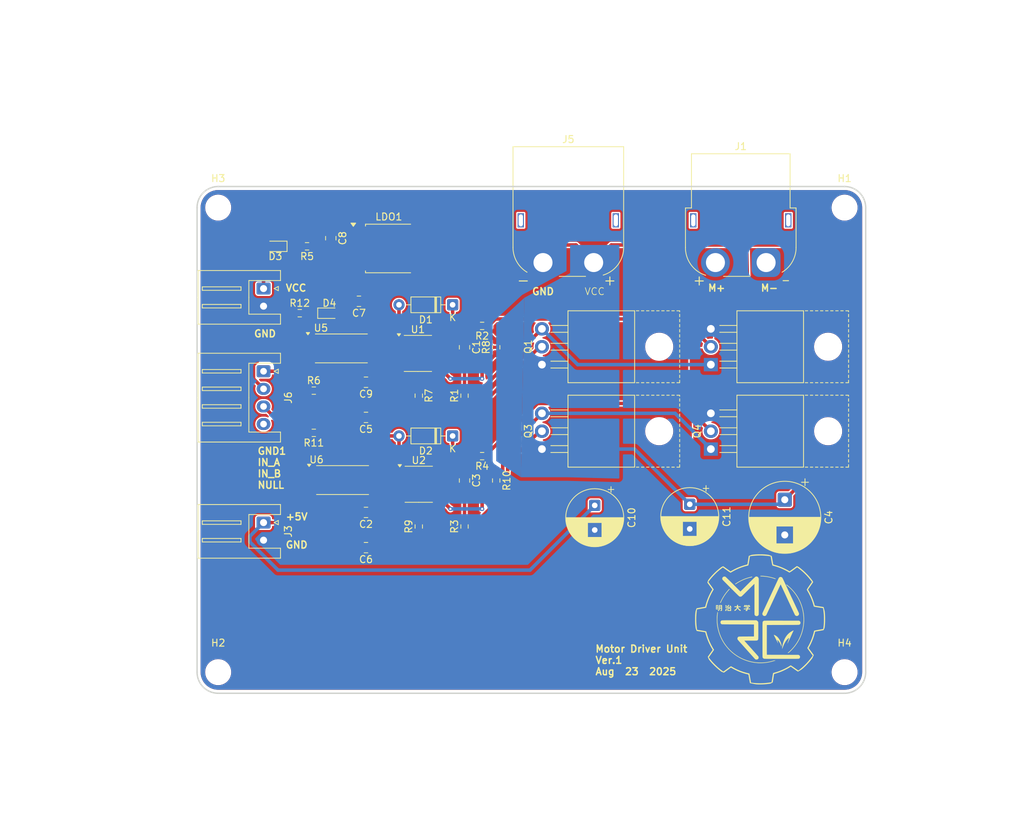
<source format=kicad_pcb>
(kicad_pcb (version 20241229) (generator "pcbnew") (generator_version "9.0")
  (layers (0 "F.Cu" signal) (2 "B.Cu" signal) (13 "F.Paste" user) (15 "B.Paste" user) (5 "F.SilkS" user "F.Silkscreen") (7 "B.SilkS" user "B.Silkscreen") (1 "F.Mask" user) (3 "B.Mask" user) (25 "Edge.Cuts" user))
  (net 0 "")
  (net 1 "Motor_Plus")
  (net 2 "Net-(D1-K)")
  (net 3 "GND")
  (net 4 "+5V")
  (net 5 "Motor_Minus")
  (net 6 "Net-(D2-K)")
  (net 7 "VCC")
  (net 8 "GND1")
  (net 9 "IN_B")
  (net 10 "IN_A")
  (net 11 "Net-(Q1-G)")
  (net 12 "Net-(Q2-G)")
  (net 13 "Net-(Q3-G)")
  (net 14 "Net-(Q4-G)")
  (net 15 "U1_HO")
  (net 16 "U1_LO")
  (net 17 "U2_HO")
  (net 18 "U2_LO")
  (net 19 "U1_IN")
  (net 20 "U2_IN")
  (net 21 "Net-(U5-K)")
  (net 22 "Net-(U6-K)")
  (net 26 "Net-(D3-K)")
  (net 27 "Net-(D4-K)")
  (footprint "LOGO" (layer "F.Cu") (at 166 155.5)
    (property "Reference" "G***" (hide yes))
    (property "Value" "LOGO" (hide yes))
  )
  (footprint "MountingHole:MountingHole_3.2mm_M3" (layer "F.Cu") (at 178 97)
    (property "Reference" "H1" (at 0 -4.15 0) (layer "F.SilkS"))
    (property "Value" "MountingHole")
    (pad "" np_thru_hole circle (at 0 0) (size 3.2 3.2) (drill 3.2) (layers "*.Cu" "*.Mask"))
  )
  (footprint "Resistor_SMD:R_0603_1608Metric_Pad0.98x0.95mm_HandSolder" (layer "F.Cu") (at 102.5875 129 180)
    (property "Reference" "R11" (at 0 -1.43 0) (layer "F.SilkS"))
    (property "Value" "910")
    (pad "1" smd roundrect (at -0.9125 0 180) (size 0.975 0.95) (layers "F.Cu" "F.Mask" "F.Paste") (net 22 "Net-(U6-K)"))
    (pad "2" smd roundrect (at 0.9125 0 180) (size 0.975 0.95) (layers "F.Cu" "F.Mask" "F.Paste") (net 8 "GND1"))
  )
  (footprint "Capacitor_SMD:C_0805_2012Metric_Pad1.18x1.45mm_HandSolder" (layer "F.Cu") (at 109 110.305302 180)
    (property "Reference" "C7" (at 0 -1.68 0) (layer "F.SilkS"))
    (property "Value" "0.1uF")
    (pad "1" smd roundrect (at -1.0375 0 180) (size 1.175 1.45) (layers "F.Cu" "F.Mask" "F.Paste") (roundrect_rratio 0.212766) (net 3 "GND"))
    (pad "2" smd roundrect (at 1.0375 0 180) (size 1.175 1.45) (layers "F.Cu" "F.Mask" "F.Paste") (roundrect_rratio 0.212766) (net 4 "+5V"))
  )
  (footprint "Diode_THT:D_DO-35_SOD27_P7.62mm_Horizontal" (layer "F.Cu") (at 122.31 110.805302 180)
    (property "Reference" "D1" (at 3.81 -2.12 0) (layer "F.SilkS"))
    (property "Value" "1N4148")
    (fp_text user "K" (at 0 -1.8 0) (layer "F.SilkS"))
    (pad "1" thru_hole roundrect (at 0 0 180) (size 1.6 1.6) (drill 0.8) (layers "*.Cu" "*.Mask") (roundrect_rratio 0.15625) (net 2 "Net-(D1-K)"))
    (pad "2" thru_hole circle (at 7.62 0 180) (size 1.6 1.6) (drill 0.8) (layers "*.Cu" "*.Mask") (net 4 "+5V"))
  )
  (footprint "Connector_JST:JST_XH_S2B-XH-A_1x02_P2.50mm_Horizontal" (layer "F.Cu") (at 95.445 141.75 -90)
    (property "Reference" "J3" (at 1.25 -3.51 90) (layer "F.SilkS"))
    (property "Value" "XH_01x02_Vertical")
    (pad "1" thru_hole roundrect (at 0 0 270) (size 1.7 2) (drill 1) (layers "*.Cu" "*.Mask") (roundrect_rratio 0.147059) (net 4 "+5V"))
    (pad "2" thru_hole oval (at 2.5 0 270) (size 1.7 2) (drill 1) (layers "*.Cu" "*.Mask") (net 3 "GND"))
  )
  (footprint "Package_TO_SOT_THT:TO-220-3_Horizontal_TabUp" (layer "F.Cu") (at 159 131.305302 90)
    (property "Reference" "Q4" (at 2.54 -1.95 90) (layer "F.SilkS"))
    (property "Value" "TK7R4A10PL_TabUp")
    (pad "" np_thru_hole circle (at 2.54 16.66 90) (size 3.5 3.5) (drill 3.5) (layers "*.Cu" "*.Mask"))
    (pad "1" thru_hole rect (at 0 0 90) (size 1.905 2) (drill 1.1) (layers "*.Cu" "*.Mask") (net 5 "Motor_Minus"))
    (pad "2" thru_hole oval (at 2.54 0 90) (size 1.905 2) (drill 1.1) (layers "*.Cu" "*.Mask") (net 14 "Net-(Q4-G)"))
    (pad "3" thru_hole oval (at 5.08 0 90) (size 1.905 2) (drill 1.1) (layers "*.Cu" "*.Mask") (net 3 "GND"))
  )
  (footprint "Diode_SMD:D_0603_1608Metric_Pad1.05x0.95mm_HandSolder" (layer "F.Cu") (at 97.125 102.5 180)
    (property "Reference" "D3" (at 0 -1.43 0) (layer "F.SilkS"))
    (property "Value" "LED")
    (pad "1" smd roundrect (at -0.875 0 180) (size 1.05 0.95) (layers "F.Cu" "F.Mask" "F.Paste") (net 26 "Net-(D3-K)"))
    (pad "2" smd roundrect (at 0.875 0 180) (size 1.05 0.95) (layers "F.Cu" "F.Mask" "F.Paste") (net 7 "VCC"))
  )
  (footprint "Resistor_SMD:R_0603_1608Metric_Pad0.98x0.95mm_HandSolder" (layer "F.Cu") (at 124 123.717802 90)
    (property "Reference" "R1" (at 0 -1.43 90) (layer "F.SilkS"))
    (property "Value" "R47k")
    (pad "1" smd roundrect (at -0.9125 0 90) (size 0.975 0.95) (layers "F.Cu" "F.Mask" "F.Paste") (net 11 "Net-(Q1-G)"))
    (pad "2" smd roundrect (at 0.9125 0 90) (size 0.975 0.95) (layers "F.Cu" "F.Mask" "F.Paste") (net 1 "Motor_Plus"))
  )
  (footprint "Connector_AMASS:AMASS_XT60PW-M_1x02_P7.20mm_Horizontal" (layer "F.Cu") (at 135.15 104.805302)
    (property "Reference" "J5" (at 3.6 -17.5 0) (layer "F.SilkS"))
    (property "Value" "XT60_Male_Horizontal")
    (fp_text user "-" (at -2.8 2.5 0) (layer "F.SilkS") (effects (font (size 1.5 1.5))))
    (fp_text user "+" (at 9.5 2.5 0) (layer "F.SilkS") (effects (font (size 1.5 1.5))))
    (pad "" thru_hole rect (at -3.15 -6) (size 0.9 2) (drill oval 0.6 1.7) (layers "*.Cu" "*.Mask"))
    (pad "" thru_hole rect (at 10.35 -6) (size 0.9 2) (drill oval 0.6 1.7) (layers "*.Cu" "*.Mask"))
    (pad "1" thru_hole roundrect (at 0 0) (size 4.1 4.1) (drill 2.7) (layers "*.Cu" "*.Mask") (net 3 "GND"))
    (pad "2" thru_hole circle (at 7.2 0) (size 4.1 4.1) (drill 2.7) (layers "*.Cu" "*.Mask") (net 7 "VCC"))
  )
  (footprint "Resistor_SMD:R_0603_1608Metric_Pad0.98x0.95mm_HandSolder" (layer "F.Cu") (at 117.5 142.305302 90)
    (property "Reference" "R9" (at 0 -1.43 90) (layer "F.SilkS"))
    (property "Value" "4.7")
    (pad "1" smd roundrect (at -0.9125 0 90) (size 0.975 0.95) (layers "F.Cu" "F.Mask" "F.Paste") (net 13 "Net-(Q3-G)"))
    (pad "2" smd roundrect (at 0.9125 0 90) (size 0.975 0.95) (layers "F.Cu" "F.Mask" "F.Paste") (net 17 "U2_HO"))
  )
  (footprint "Package_SO:SO-6L_10x3.84mm_P1.27mm" (layer "F.Cu") (at 106.672169 135.710581)
    (property "Reference" "U6" (at -3.7 -2.9 0) (layer "F.SilkS"))
    (property "Value" "TLP2745")
    (pad "1" smd rect (at -4.75 -1.27 90) (size 0.8 1.3) (layers "F.Cu" "F.Mask" "F.Paste") (net 9 "IN_B"))
    (pad "2" smd rect (at -4.75 0 90) (size 0.8 1.3) (layers "F.Cu" "F.Mask" "F.Paste"))
    (pad "3" smd rect (at -4.75 1.27 90) (size 0.8 1.3) (layers "F.Cu" "F.Mask" "F.Paste") (net 22 "Net-(U6-K)"))
    (pad "4" smd rect (at 4.75 1.27 90) (size 0.8 1.3) (layers "F.Cu" "F.Mask" "F.Paste") (net 3 "GND"))
    (pad "5" smd rect (at 4.75 0 90) (size 0.8 1.3) (layers "F.Cu" "F.Mask" "F.Paste") (net 20 "U2_IN"))
    (pad "6" smd rect (at 4.75 -1.27 90) (size 0.8 1.3) (layers "F.Cu" "F.Mask" "F.Paste") (net 4 "+5V"))
  )
  (footprint "Package_TO_SOT_THT:TO-220-3_Horizontal_TabUp" (layer "F.Cu") (at 135 131.305302 90)
    (property "Reference" "Q3" (at 2.54 -1.95 90) (layer "F.SilkS"))
    (property "Value" "TK7R4A10PL_TabUp")
    (pad "" np_thru_hole circle (at 2.54 16.66 90) (size 3.5 3.5) (drill 3.5) (layers "*.Cu" "*.Mask"))
    (pad "1" thru_hole rect (at 0 0 90) (size 1.905 2) (drill 1.1) (layers "*.Cu" "*.Mask") (net 7 "VCC"))
    (pad "2" thru_hole oval (at 2.54 0 90) (size 1.905 2) (drill 1.1) (layers "*.Cu" "*.Mask") (net 13 "Net-(Q3-G)"))
    (pad "3" thru_hole oval (at 5.08 0 90) (size 1.905 2) (drill 1.1) (layers "*.Cu" "*.Mask") (net 5 "Motor_Minus"))
  )
  (footprint "Resistor_SMD:R_0603_1608Metric_Pad0.98x0.95mm_HandSolder" (layer "F.Cu") (at 128.5 116.842802 90)
    (property "Reference" "R8" (at 0 -1.43 90) (layer "F.SilkS"))
    (property "Value" "4.7")
    (pad "1" smd roundrect (at -0.9125 0 90) (size 0.975 0.95) (layers "F.Cu" "F.Mask" "F.Paste") (net 16 "U1_LO"))
    (pad "2" smd roundrect (at 0.9125 0 90) (size 0.975 0.95) (layers "F.Cu" "F.Mask" "F.Paste") (net 12 "Net-(Q2-G)"))
  )
  (footprint "Capacitor_SMD:C_0805_2012Metric_Pad1.18x1.45mm_HandSolder" (layer "F.Cu") (at 110 121.805302 180)
    (property "Reference" "C9" (at 0 -1.68 0) (layer "F.SilkS"))
    (property "Value" "0.1uF")
    (pad "1" smd roundrect (at -1.0375 0 180) (size 1.175 1.45) (layers "F.Cu" "F.Mask" "F.Paste") (roundrect_rratio 0.212766) (net 3 "GND"))
    (pad "2" smd roundrect (at 1.0375 0 180) (size 1.175 1.45) (layers "F.Cu" "F.Mask" "F.Paste") (roundrect_rratio 0.212766) (net 4 "+5V"))
  )
  (footprint "Capacitor_SMD:C_0805_2012Metric_Pad1.18x1.45mm_HandSolder" (layer "F.Cu") (at 124 116.842802 -90)
    (property "Reference" "C1" (at 0 -1.68 90) (layer "F.SilkS"))
    (property "Value" "10uF")
    (pad "1" smd roundrect (at -1.0375 0 270) (size 1.175 1.45) (layers "F.Cu" "F.Mask" "F.Paste") (roundrect_rratio 0.212766) (net 2 "Net-(D1-K)"))
    (pad "2" smd roundrect (at 1.0375 0 270) (size 1.175 1.45) (layers "F.Cu" "F.Mask" "F.Paste") (roundrect_rratio 0.212766) (net 1 "Motor_Plus"))
  )
  (footprint "Capacitor_THT:CP_Radial_D8.0mm_P3.50mm" (layer "F.Cu") (at 142.5 139.305302 -90)
    (property "Reference" "C10" (at 1.75 -5.25 90) (layer "F.SilkS"))
    (property "Value" "220uF")
    (pad "1" thru_hole roundrect (at 0 0 270) (size 1.6 1.6) (drill 0.8) (layers "*.Cu" "*.Mask") (roundrect_rratio 0.15625) (net 4 "+5V"))
    (pad "2" thru_hole circle (at 3.5 0 270) (size 1.6 1.6) (drill 0.8) (layers "*.Cu" "*.Mask") (net 3 "GND"))
  )
  (footprint "Capacitor_SMD:C_0805_2012Metric_Pad1.18x1.45mm_HandSolder" (layer "F.Cu") (at 105 101.342802 -90)
    (property "Reference" "C8" (at 0 -1.68 90) (layer "F.SilkS"))
    (property "Value" "0.47uF")
    (pad "1" smd roundrect (at -1.0375 0 270) (size 1.175 1.45) (layers "F.Cu" "F.Mask" "F.Paste") (roundrect_rratio 0.212766) (net 7 "VCC"))
    (pad "2" smd roundrect (at 1.0375 0 270) (size 1.175 1.45) (layers "F.Cu" "F.Mask" "F.Paste") (roundrect_rratio 0.212766) (net 3 "GND"))
  )
  (footprint "Capacitor_THT:CP_Radial_D10.0mm_P5.00mm" (layer "F.Cu") (at 169.5 138.5 -90)
    (property "Reference" "C4" (at 2.5 -6.25 90) (layer "F.SilkS"))
    (property "Value" "470uF")
    (pad "1" thru_hole roundrect (at 0 0 270) (size 2 2) (drill 1) (layers "*.Cu" "*.Mask") (roundrect_rratio 0.125) (net 7 "VCC"))
    (pad "2" thru_hole circle (at 5 0 270) (size 2 2) (drill 1) (layers "*.Cu" "*.Mask") (net 3 "GND"))
  )
  (footprint "Diode_SMD:D_0603_1608Metric_Pad1.05x0.95mm_HandSolder" (layer "F.Cu") (at 104.8 112)
    (property "Reference" "D4" (at 0 -1.43 0) (layer "F.SilkS"))
    (property "Value" "LED")
    (pad "1" smd roundrect (at -0.875 0) (size 1.05 0.95) (layers "F.Cu" "F.Mask" "F.Paste") (net 27 "Net-(D4-K)"))
    (pad "2" smd roundrect (at 0.875 0) (size 1.05 0.95) (layers "F.Cu" "F.Mask" "F.Paste") (net 4 "+5V"))
  )
  (footprint "Resistor_SMD:R_0603_1608Metric_Pad0.98x0.95mm_HandSolder" (layer "F.Cu") (at 101.625 102.5 180)
    (property "Reference" "R5" (at 0 -1.43 0) (layer "F.SilkS"))
    (property "Value" "R3k")
    (pad "1" smd roundrect (at -0.9125 0 180) (size 0.975 0.95) (layers "F.Cu" "F.Mask" "F.Paste") (net 3 "GND"))
    (pad "2" smd roundrect (at 0.9125 0 180) (size 0.975 0.95) (layers "F.Cu" "F.Mask" "F.Paste") (net 26 "Net-(D3-K)"))
  )
  (footprint "MountingHole:MountingHole_3.2mm_M3" (layer "F.Cu") (at 89 163)
    (property "Reference" "H2" (at 0 -4.15 0) (layer "F.SilkS"))
    (property "Value" "MountingHole")
    (pad "" np_thru_hole circle (at 0 0) (size 3.2 3.2) (drill 3.2) (layers "*.Cu" "*.Mask"))
  )
  (footprint "Resistor_SMD:R_0603_1608Metric_Pad0.98x0.95mm_HandSolder" (layer "F.Cu") (at 102.5875 123)
    (property "Reference" "R6" (at 0 -1.43 0) (layer "F.SilkS"))
    (property "Value" "910")
    (pad "1" smd roundrect (at -0.9125 0) (size 0.975 0.95) (layers "F.Cu" "F.Mask" "F.Paste") (net 8 "GND1"))
    (pad "2" smd roundrect (at 0.9125 0) (size 0.975 0.95) (layers "F.Cu" "F.Mask" "F.Paste") (net 21 "Net-(U5-K)"))
  )
  (footprint "Package_TO_SOT_SMD:TO-252-2" (layer "F.Cu") (at 113.24 102.805302)
    (property "Reference" "LDO1" (at 0 -4.5 0) (layer "F.SilkS"))
    (property "Value" "NJM7805")
    (pad "1" smd roundrect (at -5.04 -2.28) (size 2.2 1.2) (layers "F.Cu" "F.Mask" "F.Paste") (roundrect_rratio 0.208333) (net 7 "VCC"))
    (pad "2" smd roundrect (at 1.26 0) (size 6.4 5.8) (layers "F.Cu" "F.Mask") (roundrect_rratio 0.043103) (net 3 "GND"))
    (pad "3" smd roundrect (at -5.04 2.28) (size 2.2 1.2) (layers "F.Cu" "F.Mask" "F.Paste") (roundrect_rratio 0.208333) (net 4 "+5V"))
  )
  (footprint "Resistor_SMD:R_0603_1608Metric_Pad0.98x0.95mm_HandSolder" (layer "F.Cu") (at 100.5875 112)
    (property "Reference" "R12" (at 0 -1.43 0) (layer "F.SilkS"))
    (property "Value" "R3k")
    (pad "1" smd roundrect (at -0.9125 0) (size 0.975 0.95) (layers "F.Cu" "F.Mask" "F.Paste") (net 3 "GND"))
    (pad "2" smd roundrect (at 0.9125 0) (size 0.975 0.95) (layers "F.Cu" "F.Mask" "F.Paste") (net 27 "Net-(D4-K)"))
  )
  (footprint "Diode_THT:D_DO-35_SOD27_P7.62mm_Horizontal" (layer "F.Cu") (at 122.31 129.440302 180)
    (property "Reference" "D2" (at 3.81 -2.12 0) (layer "F.SilkS"))
    (property "Value" "1N4148")
    (fp_text user "K" (at 0 -1.8 0) (layer "F.SilkS"))
    (pad "1" thru_hole roundrect (at 0 0 180) (size 1.6 1.6) (drill 0.8) (layers "*.Cu" "*.Mask") (roundrect_rratio 0.15625) (net 6 "Net-(D2-K)"))
    (pad "2" thru_hole circle (at 7.62 0 180) (size 1.6 1.6) (drill 0.8) (layers "*.Cu" "*.Mask") (net 4 "+5V"))
  )
  (footprint "Connector_JST:JST_XH_S2B-XH-A_1x02_P2.50mm_Horizontal" (layer "F.Cu") (at 95.445 108.5 -90)
    (property "Reference" "J4" (hide yes))
    (property "Value" "XH_01x02_Vertical")
    (pad "1" thru_hole roundrect (at 0 0 270) (size 1.7 2) (drill 1) (layers "*.Cu" "*.Mask") (roundrect_rratio 0.147059) (net 7 "VCC"))
    (pad "2" thru_hole oval (at 2.5 0 270) (size 1.7 2) (drill 1) (layers "*.Cu" "*.Mask") (net 3 "GND"))
  )
  (footprint "MountingHole:MountingHole_3.2mm_M3" (layer "F.Cu") (at 89 97)
    (property "Reference" "H3" (at 0 -4.15 0) (layer "F.SilkS"))
    (property "Value" "MountingHole")
    (pad "" np_thru_hole circle (at 0 0) (size 3.2 3.2) (drill 3.2) (layers "*.Cu" "*.Mask"))
  )
  (footprint "MountingHole:MountingHole_3.2mm_M3" (layer "F.Cu") (at 178 163)
    (property "Reference" "H4" (at 0 -4.15 0) (layer "F.SilkS"))
    (property "Value" "MountingHole")
    (pad "" np_thru_hole circle (at 0 0) (size 3.2 3.2) (drill 3.2) (layers "*.Cu" "*.Mask"))
  )
  (footprint "Connector_JST:JST_XH_S4B-XH-A_1x04_P2.50mm_Horizontal" (layer "F.Cu") (at 95.445 120.25 -90)
    (property "Reference" "J6" (at 3.75 -3.51 90) (layer "F.SilkS"))
    (property "Value" "Conn_01x04_Pin_Signal")
    (pad "1" thru_hole roundrect (at 0 0 270) (size 1.7 1.95) (drill 0.95) (layers "*.Cu" "*.Mask") (roundrect_rratio 0.147059) (net 8 "GND1"))
    (pad "2" thru_hole oval (at 2.5 0 270) (size 1.7 1.95) (drill 0.95) (layers "*.Cu" "*.Mask") (net 10 "IN_A"))
    (pad "3" thru_hole oval (at 5 0 270) (size 1.7 1.95) (drill 0.95) (layers "*.Cu" "*.Mask") (net 9 "IN_B"))
    (pad "4" thru_hole oval (at 7.5 0 270) (size 1.7 1.95) (drill 0.95) (layers "*.Cu" "*.Mask"))
  )
  (footprint "Package_SO:SOP-8_3.9x4.9mm_P1.27mm" (layer "F.Cu") (at 117.375 117.710302)
    (property "Reference" "U1" (at 0 -3.4 0) (layer "F.SilkS"))
    (property "Value" "IR2302")
    (pad "1" smd roundrect (at -2.625 -1.905) (size 1.65 0.6) (layers "F.Cu" "F.Mask" "F.Paste") (net 4 "+5V"))
    (pad "2" smd roundrect (at -2.625 -0.635) (size 1.65 0.6) (layers "F.Cu" "F.Mask" "F.Paste") (net 19 "U1_IN"))
    (pad "3" smd roundrect (at -2.625 0.635) (size 1.65 0.6) (layers "F.Cu" "F.Mask" "F.Paste") (net 4 "+5V"))
    (pad "4" smd roundrect (at -2.625 1.905) (size 1.65 0.6) (layers "F.Cu" "F.Mask" "F.Paste") (net 3 "GND"))
    (pad "5" smd roundrect (at 2.625 1.905) (size 1.65 0.6) (layers "F.Cu" "F.Mask" "F.Paste") (net 16 "U1_LO"))
    (pad "6" smd roundrect (at 2.625 0.635) (size 1.65 0.6) (layers "F.Cu" "F.Mask" "F.Paste") (net 1 "Motor_Plus"))
    (pad "7" smd roundrect (at 2.625 -0.635) (size 1.65 0.6) (layers "F.Cu" "F.Mask" "F.Paste") (net 15 "U1_HO"))
    (pad "8" smd roundrect (at 2.625 -1.905) (size 1.65 0.6) (layers "F.Cu" "F.Mask" "F.Paste") (net 2 "Net-(D1-K)"))
  )
  (footprint "Package_SO:SO-6L_10x3.84mm_P1.27mm" (layer "F.Cu") (at 106.5 117)
    (property "Reference" "U5" (at -2.9 -2.9 0) (layer "F.SilkS"))
    (property "Value" "TLP2745")
    (pad "1" smd rect (at -4.75 -1.27 90) (size 0.8 1.3) (layers "F.Cu" "F.Mask" "F.Paste") (net 10 "IN_A"))
    (pad "2" smd rect (at -4.75 0 90) (size 0.8 1.3) (layers "F.Cu" "F.Mask" "F.Paste"))
    (pad "3" smd rect (at -4.75 1.27 90) (size 0.8 1.3) (layers "F.Cu" "F.Mask" "F.Paste") (net 21 "Net-(U5-K)"))
    (pad "4" smd rect (at 4.75 1.27 90) (size 0.8 1.3) (layers "F.Cu" "F.Mask" "F.Paste") (net 3 "GND"))
    (pad "5" smd rect (at 4.75 0 90) (size 0.8 1.3) (layers "F.Cu" "F.Mask" "F.Paste") (net 19 "U1_IN"))
    (pad "6" smd rect (at 4.75 -1.27 90) (size 0.8 1.3) (layers "F.Cu" "F.Mask" "F.Paste") (net 4 "+5V"))
  )
  (footprint "Capacitor_SMD:C_0805_2012Metric_Pad1.18x1.45mm_HandSolder" (layer "F.Cu") (at 110 145.305302 180)
    (property "Reference" "C6" (at 0 -1.68 0) (layer "F.SilkS"))
    (property "Value" "0.1uF")
    (pad "1" smd roundrect (at -1.0375 0 180) (size 1.175 1.45) (layers "F.Cu" "F.Mask" "F.Paste") (roundrect_rratio 0.212766) (net 3 "GND"))
    (pad "2" smd roundrect (at 1.0375 0 180) (size 1.175 1.45) (layers "F.Cu" "F.Mask" "F.Paste") (roundrect_rratio 0.212766) (net 4 "+5V"))
  )
  (footprint "Package_SO:SOP-8_3.9x4.9mm_P1.27mm" (layer "F.Cu") (at 117.5 136.305302)
    (property "Reference" "U2" (at 0 -3.4 0) (layer "F.SilkS"))
    (property "Value" "IR2302")
    (pad "1" smd roundrect (at -2.625 -1.905) (size 1.65 0.6) (layers "F.Cu" "F.Mask" "F.Paste") (net 4 "+5V"))
    (pad "2" smd roundrect (at -2.625 -0.635) (size 1.65 0.6) (layers "F.Cu" "F.Mask" "F.Paste") (net 20 "U2_IN"))
    (pad "3" smd roundrect (at -2.625 0.635) (size 1.65 0.6) (layers "F.Cu" "F.Mask" "F.Paste") (net 4 "+5V"))
    (pad "4" smd roundrect (at -2.625 1.905) (size 1.65 0.6) (layers "F.Cu" "F.Mask" "F.Paste") (net 3 "GND"))
    (pad "5" smd roundrect (at 2.625 1.905) (size 1.65 0.6) (layers "F.Cu" "F.Mask" "F.Paste") (net 18 "U2_LO"))
    (pad "6" smd roundrect (at 2.625 0.635) (size 1.65 0.6) (layers "F.Cu" "F.Mask" "F.Paste") (net 5 "Motor_Minus"))
    (pad "7" smd roundrect (at 2.625 -0.635) (size 1.65 0.6) (layers "F.Cu" "F.Mask" "F.Paste") (net 17 "U2_HO"))
    (pad "8" smd roundrect (at 2.625 -1.905) (size 1.65 0.6) (layers "F.Cu" "F.Mask" "F.Paste") (net 6 "Net-(D2-K)"))
  )
  (footprint "Capacitor_SMD:C_0805_2012Metric_Pad1.18x1.45mm_HandSolder" (layer "F.Cu") (at 124 135.767802 -90)
    (property "Reference" "C3" (at 0 -1.68 90) (layer "F.SilkS"))
    (property "Value" "10uF")
    (pad "1" smd roundrect (at -1.0375 0 270) (size 1.175 1.45) (layers "F.Cu" "F.Mask" "F.Paste") (roundrect_rratio 0.212766) (net 6 "Net-(D2-K)"))
    (pad "2" smd roundrect (at 1.0375 0 270) (size 1.175 1.45) (layers "F.Cu" "F.Mask" "F.Paste") (roundrect_rratio 0.212766) (net 5 "Motor_Minus"))
  )
  (footprint "Resistor_SMD:R_0603_1608Metric_Pad0.98x0.95mm_HandSolder" (layer "F.Cu") (at 126.5 132.305302 180)
    (property "Reference" "R4" (at 0 -1.43 0) (layer "F.SilkS"))
    (property "Value" "R47k")
    (pad "1" smd roundrect (at -0.9125 0 180) (size 0.975 0.95) (layers "F.Cu" "F.Mask" "F.Paste") (net 14 "Net-(Q4-G)"))
    (pad "2" smd roundrect (at 0.9125 0 180) (size 0.975 0.95) (layers "F.Cu" "F.Mask" "F.Paste") (net 3 "GND"))
  )
  (footprint "Package_TO_SOT_THT:TO-220-3_Horizontal_TabUp" (layer "F.Cu") (at 159 119.305302 90)
    (property "Reference" "Q2" (hide yes))
    (property "Value" "TK7R4A10PL_TabUp")
    (pad "" np_thru_hole circle (at 2.54 16.66 90) (size 3.5 3.5) (drill 3.5) (layers "*.Cu" "*.Mask"))
    (pad "1" thru_hole rect (at 0 0 90) (size 1.905 2) (drill 1.1) (layers "*.Cu" "*.Mask") (net 1 "Motor_Plus"))
    (pad "2" thru_hole oval (at 2.54 0 90) (size 1.905 2) (drill 1.1) (layers "*.Cu" "*.Mask") (net 12 "Net-(Q2-G)"))
    (pad "3" thru_hole oval (at 5.08 0 90) (size 1.905 2) (drill 1.1) (layers "*.Cu" "*.Mask") (net 3 "GND"))
  )
  (footprint "Capacitor_THT:CP_Radial_D8.0mm_P3.50mm" (layer "F.Cu") (at 156 139.152651 -90)
    (property "Reference" "C11" (at 1.75 -5.25 90) (layer "F.SilkS"))
    (property "Value" "220uF")
    (pad "1" thru_hole roundrect (at 0 0 270) (size 1.6 1.6) (drill 0.8) (layers "*.Cu" "*.Mask") (roundrect_rratio 0.15625) (net 7 "VCC"))
    (pad "2" thru_hole circle (at 3.5 0 270) (size 1.6 1.6) (drill 0.8) (layers "*.Cu" "*.Mask") (net 3 "GND"))
  )
  (footprint "Package_TO_SOT_THT:TO-220-3_Horizontal_TabUp" (layer "F.Cu") (at 135 119.305302 90)
    (property "Reference" "Q1" (at 2.54 -1.95 90) (layer "F.SilkS"))
    (property "Value" "TK7R4A10PL_TabUp")
    (pad "" np_thru_hole circle (at 2.54 16.66 90) (size 3.5 3.5) (drill 3.5) (layers "*.Cu" "*.Mask"))
    (pad "1" thru_hole rect (at 0 0 90) (size 1.905 2) (drill 1.1) (layers "*.Cu" "*.Mask") (net 7 "VCC"))
    (pad "2" thru_hole oval (at 2.54 0 90) (size 1.905 2) (drill 1.1) (layers "*.Cu" "*.Mask") (net 11 "Net-(Q1-G)"))
    (pad "3" thru_hole oval (at 5.08 0 90) (size 1.905 2) (drill 1.1) (layers "*.Cu" "*.Mask") (net 1 "Motor_Plus"))
  )
  (footprint "Capacitor_SMD:C_0805_2012Metric_Pad1.18x1.45mm_HandSolder" (layer "F.Cu") (at 110 126.805302 180)
    (property "Reference" "C5" (at 0 -1.68 0) (layer "F.SilkS"))
    (property "Value" "0.1uF")
    (pad "1" smd roundrect (at -1.0375 0 180) (size 1.175 1.45) (layers "F.Cu" "F.Mask" "F.Paste") (roundrect_rratio 0.212766) (net 3 "GND"))
    (pad "2" smd roundrect (at 1.0375 0 180) (size 1.175 1.45) (layers "F.Cu" "F.Mask" "F.Paste") (roundrect_rratio 0.212766) (net 4 "+5V"))
  )
  (footprint "Resistor_SMD:R_0603_1608Metric_Pad0.98x0.95mm_HandSolder" (layer "F.Cu") (at 124 142.305302 90)
    (property "Reference" "R3" (at 0 -1.43 90) (layer "F.SilkS"))
    (property "Value" "R47k")
    (pad "1" smd roundrect (at -0.9125 0 90) (size 0.975 0.95) (layers "F.Cu" "F.Mask" "F.Paste") (net 13 "Net-(Q3-G)"))
    (pad "2" smd roundrect (at 0.9125 0 90) (size 0.975 0.95) (layers "F.Cu" "F.Mask" "F.Paste") (net 5 "Motor_Minus"))
  )
  (footprint "Resistor_SMD:R_0603_1608Metric_Pad0.98x0.95mm_HandSolder" (layer "F.Cu") (at 126.5 113.805302 180)
    (property "Reference" "R2" (at 0 -1.43 0) (layer "F.SilkS"))
    (property "Value" "R47k")
    (pad "1" smd roundrect (at -0.9125 0 180) (size 0.975 0.95) (layers "F.Cu" "F.Mask" "F.Paste") (net 12 "Net-(Q2-G)"))
    (pad "2" smd roundrect (at 0.9125 0 180) (size 0.975 0.95) (layers "F.Cu" "F.Mask" "F.Paste") (net 3 "GND"))
  )
  (footprint "Resistor_SMD:R_0603_1608Metric_Pad0.98x0.95mm_HandSolder" (layer "F.Cu") (at 128.5 135.767802 -90)
    (property "Reference" "R10" (at 0 -1.5 90) (layer "F.SilkS"))
    (property "Value" "4.7")
    (pad "1" smd roundrect (at -0.9125 0 270) (size 0.975 0.95) (layers "F.Cu" "F.Mask" "F.Paste") (net 14 "Net-(Q4-G)"))
    (pad "2" smd roundrect (at 0.9125 0 270) (size 0.975 0.95) (layers "F.Cu" "F.Mask" "F.Paste") (net 18 "U2_LO"))
  )
  (footprint "Capacitor_SMD:C_0805_2012Metric_Pad1.18x1.45mm_HandSolder" (layer "F.Cu") (at 110 140.305302 180)
    (property "Reference" "C2" (at 0 -1.68 0) (layer "F.SilkS"))
    (property "Value" "0.1uF")
    (pad "1" smd roundrect (at -1.0375 0 180) (size 1.175 1.45) (layers "F.Cu" "F.Mask" "F.Paste") (roundrect_rratio 0.212766) (net 3 "GND"))
    (pad "2" smd roundrect (at 1.0375 0 180) (size 1.175 1.45) (layers "F.Cu" "F.Mask" "F.Paste") (roundrect_rratio 0.212766) (net 4 "+5V"))
  )
  (footprint "Connector_AMASS:AMASS_XT60PW-F_1x02_P7.20mm_Horizontal" (layer "F.Cu") (at 166.85 104.805302)
    (property "Reference" "J1" (at -3.6 -16.5 0) (layer "F.SilkS"))
    (property "Value" "XT60_Female_Horizontal")
    (fp_text user "-" (at 2.8 2.5 0) (layer "F.SilkS"))
    (fp_text user "+" (at -9.5 2.5 0) (layer "F.SilkS") (effects (font (size 1.5 1.5))))
    (pad "" thru_hole rect (at -10.35 -6) (size 0.9 2) (drill oval 0.6 1.7) (layers "*.Cu" "*.Mask"))
    (pad "" thru_hole rect (at 3.15 -6) (size 0.9 2) (drill oval 0.6 1.7) (layers "*.Cu" "*.Mask"))
    (pad "1" thru_hole roundrect (at 0 0) (size 4.1 4.1) (drill 2.7) (layers "*.Cu" "*.Mask") (net 5 "Motor_Minus"))
    (pad "2" thru_hole circle (at -7.2 0) (size 4.1 4.1) (drill 2.7) (layers "*.Cu" "*.Mask") (net 1 "Motor_Plus"))
  )
  (footprint "Resistor_SMD:R_0603_1608Metric_Pad0.98x0.95mm_HandSolder" (layer "F.Cu") (at 117.5 123.717802 -90)
    (property "Reference" "R7" (at 0 -1.43 90) (layer "F.SilkS"))
    (property "Value" "4.7")
    (pad "1" smd roundrect (at -0.9125 0 270) (size 0.975 0.95) (layers "F.Cu" "F.Mask" "F.Paste") (net 15 "U1_HO"))
    (pad "2" smd roundrect (at 0.9125 0 270) (size 0.975 0.95) (layers "F.Cu" "F.Mask" "F.Paste") (net 11 "Net-(Q1-G)"))
  )
  (gr_line (start 178 166) (end 89 166) (stroke (width 0.2)) (layer "Edge.Cuts"))
  (gr_line (start 89 94) (end 178 94) (stroke (width 0.2)) (layer "Edge.Cuts"))
  (gr_arc (start 86 97) (mid 86.87868 94.87868) (end 89 94) (stroke (width 0.2)) (layer "Edge.Cuts"))
  (gr_line (start 86 163) (end 86 97) (stroke (width 0.2)) (layer "Edge.Cuts"))
  (gr_arc (start 181 163) (mid 180.12132 165.12132) (end 178 166) (stroke (width 0.2)) (layer "Edge.Cuts"))
  (gr_arc (start 178 94) (mid 180.12132 94.87868) (end 181 97) (stroke (width 0.2)) (layer "Edge.Cuts"))
  (gr_arc (start 89 166) (mid 86.87868 165.12132) (end 86 163) (stroke (width 0.2)) (layer "Edge.Cuts"))
  (gr_line (start 181 97) (end 181 163) (stroke (width 0.2)) (layer "Edge.Cuts"))
  (gr_text "GND" (at 133.5 109.5 0) (layer "F.SilkS") (effects (font (size 1 1) (thickness 0.2) (bold yes)) (justify left bottom)))
  (gr_text "VCC" (at 98.5 109 0) (layer "F.SilkS") (effects (font (size 1 1) (thickness 0.2) (bold yes)) (justify left bottom)))
  (gr_text "Motor Driver Unit \nVer.1\nAug  23  2025" (at 142.5 163.5 0) (layer "F.SilkS") (effects (font (size 1 1) (thickness 0.2) (bold yes)) (justify left bottom)))
  (gr_text "GND" (at 98.5 145.5 0) (layer "F.SilkS") (effects (font (size 1 1) (thickness 0.2) (bold yes)) (justify left bottom)))
  (gr_text "VCC" (at 141 109.5 0) (layer "F.SilkS") (effects (font (size 1 1) (thickness 0.1)) (justify left bottom)))
  (gr_text "GND\n" (at 94 115.5 0) (layer "F.SilkS") (effects (font (size 1 1) (thickness 0.2) (bold yes)) (justify left bottom)))
  (gr_text "M-" (at 166 109 0) (layer "F.SilkS") (effects (font (size 1 1) (thickness 0.2) (bold yes)) (justify left bottom)))
  (gr_text "+5V" (at 98.5 141.5 0) (layer "F.SilkS") (effects (font (size 1 1) (thickness 0.2) (bold yes)) (justify left bottom)))
  (gr_text "GND1\nIN_A\nIN_B\nNULL" (at 94.5 137 0) (layer "F.SilkS") (effects (font (size 1 1) (thickness 0.2) (bold yes)) (justify left bottom)))
  (gr_text "M+" (at 158.5 109 0) (layer "F.SilkS") (effects (font (size 1 1) (thickness 0.2) (bold yes)) (justify left bottom)))
  (segment (start 120 118.345302) (end 123.535 118.345302) (width 0.5) (layer "F.Cu") (net 1))
  (segment (start 159.65 104.805302) (end 161.699999 106.855301) (width 0.5) (layer "F.Cu") (net 1))
  (segment (start 161.699999 106.855301) (end 161.699999 116.605303) (width 0.5) (layer "F.Cu") (net 1))
  (segment (start 161.699999 116.605303) (end 159 119.305302) (width 0.5) (layer "F.Cu") (net 1))
  (segment (start 123.535 118.345302) (end 124 117.880302) (width 0.5) (layer "F.Cu") (net 1))
  (segment (start 126.42 122.805302) (end 124 122.805302) (width 0.5) (layer "F.Cu") (net 1))
  (segment (start 135 114.225302) (end 126.42 122.805302) (width 0.5) (layer "F.Cu") (net 1))
  (segment (start 124 122.805302) (end 124 117.880302) (width 0.5) (layer "F.Cu") (net 1))
  (segment (start 159 119.305302) (end 140.08 119.305302) (width 0.5) (layer "B.Cu") (net 1))
  (segment (start 140.08 119.305302) (end 135 114.225302) (width 0.5) (layer "B.Cu") (net 1))
  (segment (start 120 115.805302) (end 124 115.805302) (width 0.5) (layer "F.Cu") (net 2))
  (segment (start 120 115.805302) (end 122.31 113.495302) (width 0.5) (layer "F.Cu") (net 2))
  (segment (start 122.31 110.805302) (end 122.31 111.077802) (width 0.2) (layer "F.Cu") (net 2))
  (segment (start 122.31 113.495302) (end 122.31 110.805302) (width 0.5) (layer "F.Cu") (net 2))
  (segment (start 115.1591 119.615302) (end 114.75 119.615302) (width 0.5) (layer "F.Cu") (net 3))
  (segment (start 118 102.805302) (end 114.5 102.805302) (width 0.5) (layer "F.Cu") (net 3))
  (segment (start 105.075 102.380302) (end 105.5 102.805302) (width 0.5) (layer "F.Cu") (net 3))
  (segment (start 110.0375 110.305302) (end 110.0375 107.267802) (width 0.5) (layer "F.Cu") (net 3))
  (segment (start 140 145.305302) (end 111.0375 145.305302) (width 0.5) (layer "F.Cu") (net 3))
  (segment (start 131 104.805302) (end 125.5 110.305302) (width 0.5) (layer "F.Cu") (net 3))
  (segment (start 121.773292 126.805302) (end 125.5875 130.61951) (width 0.5) (layer "F.Cu") (net 3))
  (segment (start 104.880302 102.5) (end 105 102.380302) (width 0.5) (layer "F.Cu") (net 3))
  (segment (start 111.0375 140.305302) (end 112.78 140.305302) (width 0.5) (layer "F.Cu") (net 3))
  (segment (start 110.7885 109.554302) (end 115.208182 109.554302) (width 0.5) (layer "F.Cu") (net 3))
  (segment (start 110.0375 107.267802) (end 114.5 102.805302) (width 0.5) (layer "F.Cu") (net 3))
  (segment (start 102.5375 102.5) (end 104.880302 102.5) (width 0.5) (layer "F.Cu") (net 3))
  (segment (start 111.0375 145.305302) (end 109.8615 146.481302) (width 0.5) (layer "F.Cu") (net 3))
  (segment (start 111.0375 126.805302) (end 111.0375 121.805302) (width 0.5) (layer "F.Cu") (net 3))
  (segment (start 125.5875 113.805302) (end 125.5875 110.392802) (width 0.5) (layer "F.Cu") (net 3))
  (segment (start 116.727 111.07312) (end 116.727 118.047402) (width 0.5) (layer "F.Cu") (net 3))
  (segment (start 111.5 118.345302) (end 112.77 119.615302) (width 0.5) (layer "F.Cu") (net 3))
  (segment (start 105.5 102.805302) (end 114.5 102.805302) (width 0.5) (layer "F.Cu") (net 3))
  (segment (start 125.5875 110.392802) (end 125.5 110.305302) (width 0.5) (layer "F.Cu") (net 3))
  (segment (start 125.5875 130.61951) (end 125.5875 132.305302) (width 0.5) (layer "F.Cu") (net 3))
  (segment (start 125.5 110.305302) (end 118 102.805302) (width 0.5) (layer "F.Cu") (net 3))
  (segment (start 111.5 136.980302) (end 112.73 138.210302) (width 0.5) (layer "F.Cu") (net 3))
  (segment (start 112.78 140.305302) (end 114.875 138.210302) (width 0.5) (layer "F.Cu") (net 3))
  (segment (start 135.15 104.805302) (end 131 104.805302) (width 0.5) (layer "F.Cu") (net 3))
  (segment (start 113.5 102.305302) (end 113.5 101.805302) (width 0.5) (layer "F.Cu") (net 3))
  (segment (start 112.73 138.210302) (end 114.875 138.210302) (width 0.5) (layer "F.Cu") (net 3))
  (segment (start 105 102.380302) (end 105.075 102.380302) (width 0.5) (layer "F.Cu") (net 3))
  (segment (start 116.727 118.047402) (end 115.1591 119.615302) (width 0.5) (layer "F.Cu") (net 3))
  (segment (start 112.77 119.615302) (end 114.75 119.615302) (width 0.5) (layer "F.Cu") (net 3))
  (segment (start 142.5 142.805302) (end 140 145.305302) (width 0.5) (layer "F.Cu") (net 3))
  (segment (start 96.445 112) (end 95.445 111) (width 0.5) (layer "F.Cu") (net 3))
  (segment (start 112.77 119.615302) (end 112.77 120.072802) (width 0.5) (layer "F.Cu") (net 3))
  (segment (start 110.0375 110.305302) (end 110.7885 109.554302) (width 0.5) (layer "F.Cu") (net 3))
  (segment (start 111.0375 126.805302) (end 121.773292 126.805302) (width 0.5) (layer "F.Cu") (net 3))
  (segment (start 112.77 120.072802) (end 111.0375 121.805302) (width 0.5) (layer "F.Cu") (net 3))
  (segment (start 115.208182 109.554302) (end 116.727 111.07312) (width 0.5) (layer "F.Cu") (net 3))
  (segment (start 99.675 112) (end 96.445 112) (width 0.5) (layer "F.Cu") (net 3))
  (segment (start 111.0375 140.305302) (end 111.0375 145.305302) (width 0.5) (layer "F.Cu") (net 3))
  (segment (start 97.676302 146.481302) (end 95.445 144.25) (width 0.5) (layer "F.Cu") (net 3))
  (segment (start 109.8615 146.481302) (end 97.676302 146.481302) (width 0.5) (layer "F.Cu") (net 3))
  (segment (start 169.5 143.5) (end 173.409 139.591) (width 0.5) (layer "B.Cu") (net 3))
  (segment (start 168.652651 142.652651) (end 169.5 143.5) (width 0.5) (layer "B.Cu") (net 3))
  (segment (start 93.0325 107.25) (end 132.705302 107.25) (width 0.5) (layer "B.Cu") (net 3))
  (segment (start 173.409 138.305302) (end 173.409 128.634302) (width 0.5) (layer "B.Cu") (net 3))
  (segment (start 159 126.225302) (end 162.329 126.225302) (width 0.5) (layer "B.Cu") (net 3))
  (segment (start 142.5 142.805302) (end 155.847349 142.805302) (width 0.5) (layer "B.Cu") (net 3))
  (segment (start 156 142.652651) (end 168.652651 142.652651) (width 0.5) (layer "B.Cu") (net 3))
  (segment (start 173.409 128.634302) (end 159 114.225302) (width 0.5) (layer "B.Cu") (net 3))
  (segment (start 95 111) (end 95.445 111) (width 0.5) (layer "B.Cu") (net 3))
  (segment (start 173.409 137.305302) (end 173.409 138.305302) (width 0.5) (layer "B.Cu") (net 3))
  (segment (start 162.329 126.225302) (end 173.409 137.305302) (width 0.5) (layer "B.Cu") (net 3))
  (segment (start 173.409 139.591) (end 173.409 138.305302) (width 0.5) (layer "B.Cu") (net 3))
  (segment (start 155.847349 142.805302) (end 156 142.652651) (width 0.5) (layer "B.Cu") (net 3))
  (segment (start 132.705302 107.25) (end 135.15 104.805302) (width 0.5) (layer "B.Cu") (net 3))
  (segment (start 93.0325 109.0325) (end 95 111) (width 0.5) (layer "B.Cu") (net 3))
  (segment (start 93.0325 107.25) (end 93.0325 109.0325) (width 0.5) (layer "B.Cu") (net 3))
  (segment (start 108.9625 117.242802) (end 108.9625 121.805302) (width 0.5) (layer "F.Cu") (net 4))
  (segment (start 108.9625 140.305302) (end 108.9625 145.305302) (width 0.5) (layer "F.Cu") (net 4))
  (segment (start 95.445 141.75) (end 105.407198 141.75) (width 0.5) (layer "F.Cu") (net 4))
  (segment (start 110.868 134.440302) (end 108.9625 136.345802) (width 0.5) (layer "F.Cu") (net 4))
  (segment (start 111.5 115.805302) (end 110.4 115.805302) (width 0.5) (layer "F.Cu") (net 4))
  (segment (start 114.875 134.400302) (end 115.699999 134.400302) (width 0.5) (layer "F.Cu") (net 4))
  (segment (start 114.75 110.865302) (end 114.69 110.805302) (width 0.5) (layer "F.Cu") (net 4))
  (segment (start 114.75 115.805302) (end 115.574999 115.805302) (width 0.5) (layer "F.Cu") (net 4))
  (segment (start 113.5 115.805302) (end 114.75 115.805302) (width 0.5) (layer "F.Cu") (net 4))
  (segment (start 114.69 129.440302) (end 114.69 134.215302) (width 0.5) (layer "F.Cu") (net 4))
  (segment (start 113.4625 115.805302) (end 113.5 115.805302) (width 0.5) (layer "F.Cu") (net 4))
  (segment (start 108.9625 121.805302) (end 108.9625 126.805302) (width 0.5) (layer "F.Cu") (net 4))
  (segment (start 115.699999 134.400302) (end 116.151 134.851303) (width 0.5) (layer "F.Cu") (net 4))
  (segment (start 116.151 136.489301) (end 115.699999 136.940302) (width 0.5) (layer "F.Cu") (net 4))
  (segment (start 111.5975 129.440302) (end 114.69 129.440302) (width 0.5) (layer "F.Cu") (net 4))
  (segment (start 114.835 134.440302) (end 114.875 134.400302) (width 0.5) (layer "F.Cu") (net 4))
  (segment (start 107.9625 110.305302) (end 107.9625 105.322802) (width 0.5) (layer "F.Cu") (net 4))
  (segment (start 111.5 115.805302) (end 113.5 115.805302) (width 0.5) (layer "F.Cu") (net 4))
  (segment (start 107.9625 110.305302) (end 113.4625 115.805302) (width 0.5) (layer "F.Cu") (net 4))
  (segment (start 114.69 134.215302) (end 114.875 134.400302) (width 0.5) (layer "F.Cu") (net 4))
  (segment (start 105.675 112) (end 106.267802 112) (width 0.5) (layer "F.Cu") (net 4))
  (segment (start 108.9625 136.345802) (end 108.9625 140.305302) (width 0.5) (layer "F.Cu") (net 4))
  (segment (start 116.026 117.478402) (end 115.1591 118.345302) (width 0.5) (layer "F.Cu") (net 4))
  (segment (start 111.5 134.440302) (end 114.835 134.440302) (width 0.5) (layer "F.Cu") (net 4))
  (segment (start 105.407198 141.75) (end 108.9625 145.305302) (width 0.5) (layer "F.Cu") (net 4))
  (segment (start 111.5 134.440302) (end 110.868 134.440302) (width 0.5) (layer "F.Cu") (net 4))
  (segment (start 107.9625 105.322802) (end 108.2 105.085302) (width 0.5) (layer "F.Cu") (net 4))
  (segment (start 114.69 110.805302) (end 114.69 115.745302) (width 0.5) (layer "F.Cu") (net 4))
  (segment (start 106.267802 112) (end 107.9625 110.305302) (width 0.5) (layer "F.Cu") (net 4))
  (segment (start 108.9625 126.805302) (end 111.5975 129.440302) (width 0.5) (layer "F.Cu") (net 4))
  (segment (start 115.574999 115.805302) (end 116.026 116.256303) (width 0.5) (layer "F.Cu") (net 4))
  (segment (start 115.699999 136.940302) (end 114.875 136.940302) (width 0.5) (layer "F.Cu") (net 4))
  (segment (start 114.69 115.745302) (end 114.75 115.805302) (width 0.5) (layer "F.Cu") (net 4))
  (segment (start 110.4 115.805302) (end 108.9625 117.242802) (width 0.5) (layer "F.Cu") (net 4))
  (segment (start 115.1591 118.345302) (end 114.75 118.345302) (width 0.5) (layer "F.Cu") (net 4))
  (segment (start 116.151 134.851303) (end 116.151 136.489301) (width 0.5) (layer "F.Cu") (net 4))
  (segment (start 116.026 116.256303) (end 116.026 117.478402) (width 0.5) (layer "F.Cu") (net 4))
  (segment (start 133.305302 148.5) (end 97.5 148.5) (width 0.5) (layer "B.Cu") (net 4))
  (segment (start 93.5 144.5) (end 93.5 143.695) (width 0.5) (layer "B.Cu") (net 4))
  (segment (start 142.5 139.305302) (end 133.305302 148.5) (width 0.5) (layer "B.Cu") (net 4))
  (segment (start 93.5 143.695) (end 95.445 141.75) (width 0.5) (layer "B.Cu") (net 4))
  (segment (start 97.5 148.5) (end 93.5 144.5) (width 0.5) (layer "B.Cu") (net 4))
  (segment (start 124 141.392802) (end 124 136.805302) (width 0.5) (layer "F.Cu") (net 5))
  (segment (start 123.865 136.940302) (end 124 136.805302) (width 0.5) (layer "F.Cu") (net 5))
  (segment (start 125.974575 141.392802) (end 124 141.392802) (width 0.5) (layer "F.Cu") (net 5))
  (segment (start 135 126.225302) (end 129.426 131.799302) (width 0.5) (layer "F.Cu") (net 5))
  (segment (start 166.85 123.455302) (end 159 131.305302) (width 0.5) (layer "F.Cu") (net 5))
  (segment (start 166.85 104.805302) (end 166.85 123.455302) (width 0.5) (layer "F.Cu") (net 5))
  (segment (start 120.125 136.940302) (end 123.865 136.940302) (width 0.5) (layer "F.Cu") (net 5))
  (segment (start 129.426 137.941377) (end 125.974575 141.392802) (width 0.5) (layer "F.Cu") (net 5))
  (segment (start 129.426 131.799302) (end 129.426 137.941377) (width 0.5) (layer "F.Cu") (net 5))
  (segment (start 159 131.305302) (end 153.92 126.225302) (width 0.5) (layer "B.Cu") (net 5))
  (segment (start 153.92 126.225302) (end 135 126.225302) (width 0.5) (layer "B.Cu") (net 5))
  (segment (start 122.31 132.215302) (end 120.125 134.400302) (width 0.5) (layer "F.Cu") (net 6))
  (segment (start 123.67 134.400302) (end 124 134.730302) (width 0.5) (layer "F.Cu") (net 6))
  (segment (start 122.31 129.440302) (end 122.31 132.215302) (width 0.5) (layer "F.Cu") (net 6))
  (segment (start 120.125 134.400302) (end 123.67 134.400302) (width 0.5) (layer "F.Cu") (net 6))
  (segment (start 108.2 100.525302) (end 109.271 99.454302) (width 0.5) (layer "F.Cu") (net 7))
  (segment (start 95.445 108.5) (end 95.445 103.305) (width 0.5) (layer "F.Cu") (net 7))
  (segment (start 96.25 102.5) (end 98.444698 100.305302) (width 0.5) (layer "F.Cu") (net 7))
  (segment (start 139.849 102.304302) (end 142.35 104.805302) (width 0.5) (layer "F.Cu") (net 7))
  (segment (start 105 100.305302) (end 107.98 100.305302) (width 0.5) (layer "F.Cu") (net 7))
  (segment (start 179 129) (end 169.5 138.5) (width 0.5) (layer "F.Cu") (net 7))
  (segment (start 95.445 103.305) (end 96.25 102.5) (width 0.5) (layer "F.Cu") (net 7))
  (segment (start 117.747292 99.454302) (end 125.5 107.20701) (width 0.5) (layer "F.Cu") (net 7))
  (segment (start 98.444698 100.305302) (end 105 100.305302) (width 0.5) (layer "F.Cu") (net 7))
  (segment (start 125.5 107.305302) (end 130.501 102.304302) (width 0.5) (layer "F.Cu") (net 7))
  (segment (start 125.5 107.20701) (end 125.5 107.305302) (width 0.5) (layer "F.Cu") (net 7))
  (segment (start 130.501 102.304302) (end 139.849 102.304302) (width 0.5) (layer "F.Cu") (net 7))
  (segment (start 144.851 102.304302) (end 173.304302 102.304302) (width 0.5) (layer "F.Cu") (net 7))
  (segment (start 107.98 100.305302) (end 108.2 100.525302) (width 0.5) (layer "F.Cu") (net 7))
  (segment (start 109.271 99.454302) (end 117.747292 99.454302) (width 0.5) (layer "F.Cu") (net 7))
  (segment (start 173.304302 102.304302) (end 179 108) (width 0.5) (layer "F.Cu") (net 7))
  (segment (start 179 108) (end 179 129) (width 0.5) (layer "F.Cu") (net 7))
  (segment (start 142.35 104.805302) (end 144.851 102.304302) (width 0.5) (layer "F.Cu") (net 7))
  (segment (start 156 139.152651) (end 148.152651 131.305302) (width 0.5) (layer "B.Cu") (net 7))
  (segment (start 133.549 129.854302) (end 135 131.305302) (width 0.5) (layer "B.Cu") (net 7))
  (segment (start 168.847349 139.152651) (end 169.5 138.5) (width 0.5) (layer "B.Cu") (net 7))
  (segment (start 135 119.305302) (end 133.549 120.756302) (width 0.5) (layer "B.Cu") (net 7))
  (segment (start 133.549 120.756302) (end 133.549 129.854302) (width 0.5) (layer "B.Cu") (net 7))
  (segment (start 156 139.152651) (end 168.847349 139.152651) (width 0.5) (layer "B.Cu") (net 7))
  (segment (start 148.152651 131.305302) (end 135 131.305302) (width 0.5) (layer "B.Cu") (net 7))
  (segment (start 98.925 120.25) (end 101.675 123) (width 0.5) (layer "F.Cu") (net 8))
  (segment (start 101.675 129) (end 101.675 123) (width 0.5) (layer "F.Cu") (net 8))
  (segment (start 95.445 120.25) (end 98.925 120.25) (width 0.5) (layer "F.Cu") (net 8))
  (segment (start 101.922169 131.727169) (end 95.445 125.25) (width 0.5) (layer "F.Cu") (net 9))
  (segment (start 101.922169 134.440581) (end 101.922169 131.727169) (width 0.5) (layer "F.Cu") (net 9))
  (segment (start 94.019 119.352708) (end 97.641708 115.73) (width 0.5) (layer "F.Cu") (net 10))
  (segment (start 95.445 122.75) (end 94.019 121.324) (width 0.5) (layer "F.Cu") (net 10))
  (segment (start 97.641708 115.73) (end 101.75 115.73) (width 0.5) (layer "F.Cu") (net 10))
  (segment (start 94.019 121.324) (end 94.019 119.352708) (width 0.5) (layer "F.Cu") (net 10))
  (segment (start 135 116.765302) (end 134.6855 116.765302) (width 0.5) (layer "F.Cu") (net 11))
  (segment (start 126.8205 124.630302) (end 124 124.630302) (width 0.5) (layer "F.Cu") (net 11))
  (segment (start 134.6855 116.765302) (end 126.8205 124.630302) (width 0.5) (layer "F.Cu") (net 11))
  (segment (start 117.5 124.630302) (end 124 124.630302) (width 0.5) (layer "F.Cu") (net 11))
  (segment (start 128.396 112.821802) (end 127.4125 113.805302) (width 0.5) (layer "F.Cu") (net 12))
  (segment (start 159 116.765302) (end 155.0565 112.821802) (width 0.5) (layer "F.Cu") (net 12))
  (segment (start 127.4125 113.805302) (end 127.4125 114.842802) (width 0.5) (layer "F.Cu") (net 12))
  (segment (start 155.0565 112.821802) (end 128.396 112.821802) (width 0.5) (layer "F.Cu") (net 12))
  (segment (start 127.4125 114.842802) (end 128.5 115.930302) (width 0.5) (layer "F.Cu") (net 12))
  (segment (start 117.5 143.217802) (end 124 143.217802) (width 0.5) (layer "F.Cu") (net 13))
  (segment (start 134.6855 128.765302) (end 130.127 133.323802) (width 0.5) (layer "F.Cu") (net 13))
  (segment (start 125.140939 143.217802) (end 124 143.217802) (width 0.5) (layer "F.Cu") (net 13))
  (segment (start 135 128.765302) (end 134.6855 128.765302) (width 0.5) (layer "F.Cu") (net 13))
  (segment (start 130.127 133.323802) (end 130.127 138.231741) (width 0.5) (layer "F.Cu") (net 13))
  (segment (start 130.127 138.231741) (end 125.140939 143.217802) (width 0.5) (layer "F.Cu") (net 13))
  (segment (start 127.4125 132.305302) (end 127.4125 133.767802) (width 0.5) (layer "F.Cu") (net 14))
  (segment (start 127.4125 131.780453) (end 127.4125 132.305302) (width 0.5) (layer "F.Cu") (net 14))
  (segment (start 155.0565 124.821802) (end 134.371151 124.821802) (width 0.5) (layer "F.Cu") (net 14))
  (segment (start 159 128.765302) (end 158.6855 128.765302) (width 0.5) (layer "F.Cu") (net 14))
  (segment (start 134.371151 124.821802) (end 127.4125 131.780453) (width 0.5) (layer "F.Cu") (net 14))
  (segment (start 127.4125 133.767802) (end 128.5 134.855302) (width 0.5) (layer "F.Cu") (net 14))
  (segment (start 159 128.765302) (end 155.0565 124.821802) (width 0.5) (layer "F.Cu") (net 14))
  (segment (start 117.5 118.750303) (end 119.175001 117.075302) (width 0.5) (layer "F.Cu") (net 15))
  (segment (start 119.175001 117.075302) (end 120 117.075302) (width 0.5) (layer "F.Cu") (net 15))
  (segment (start 117.5 122.805302) (end 117.5 118.750303) (width 0.5) (layer "F.Cu") (net 15))
  (segment (start 120.31 119.615302) (end 122 121.305302) (width 0.5) (layer "F.Cu") (net 16))
  (segment (start 120 119.615302) (end 120.31 119.615302) (width 0.5) (layer "F.Cu") (net 16))
  (segment (start 126.5 121.305302) (end 126.5 119.755302) (width 0.5) (layer "F.Cu") (net 16))
  (segment (start 126.5 119.755302) (end 128.5 117.755302) (width 0.5) (layer "F.Cu") (net 16))
  (via (at 126.5 121.305302) (size 0.6) (drill 0.3) (layers "F.Cu" "B.Cu") (net 16))
  (via (at 122 121.305302) (size 0.6) (drill 0.3) (layers "F.Cu" "B.Cu") (net 16))
  (segment (start 122 121.305302) (end 126.5 121.305302) (width 0.5) (layer "B.Cu") (net 16))
  (segment (start 117.5 137.470303) (end 117.5 141.392802) (width 0.5) (layer "F.Cu") (net 17))
  (segment (start 120.125 135.670302) (end 119.300001 135.670302) (width 0.5) (layer "F.Cu") (net 17))
  (segment (start 119.300001 135.670302) (end 117.5 137.470303) (width 0.5) (layer "F.Cu") (net 17))
  (segment (start 120.405 138.210302) (end 122 139.805302) (width 0.5) (layer "F.Cu") (net 18))
  (segment (start 120.125 138.210302) (end 120.405 138.210302) (width 0.5) (layer "F.Cu") (net 18))
  (segment (start 126.5 138.680302) (end 128.5 136.680302) (width 0.5) (layer "F.Cu") (net 18))
  (segment (start 126.5 139.805302) (end 126.5 138.680302) (width 0.5) (layer "F.Cu") (net 18))
  (via (at 122 139.805302) (size 0.6) (drill 0.3) (layers "F.Cu" "B.Cu") (net 18))
  (via (at 126.5 139.805302) (size 0.6) (drill 0.3) (layers "F.Cu" "B.Cu") (net 18))
  (segment (start 122 139.805302) (end 126.5 139.805302) (width 0.5) (layer "B.Cu") (net 18))
  (segment (start 111.5 117.075302) (end 114.75 117.075302) (width 0.5) (layer "F.Cu") (net 19))
  (segment (start 114.835 135.710302) (end 114.875 135.670302) (width 0.5) (layer "F.Cu") (net 20))
  (segment (start 111.5 135.710302) (end 114.835 135.710302) (width 0.5) (layer "F.Cu") (net 20))
  (segment (start 101.75 118.27) (end 101.75 121.25) (width 0.5) (layer "F.Cu") (net 21))
  (segment (start 101.75 121.25) (end 103.5 123) (width 0.5) (layer "F.Cu") (net 21))
  (segment (start 103.5 136.08475) (end 102.604169 136.980581) (width 0.5) (layer "F.Cu") (net 22))
  (segment (start 102.604169 136.980581) (end 101.922169 136.980581) (width 0.5) (layer "F.Cu") (net 22))
  (segment (start 103.5 129) (end 103.5 136.08475) (width 0.5) (layer "F.Cu") (net 22))
  (segment (start 98 102.5) (end 100.7125 102.5) (width 0.5) (layer "F.Cu") (net 26))
  (segment (start 101.5 112) (end 103.925 112) (width 0.5) (layer "F.Cu") (net 27))
  (zone (net 1) (net_name "Motor_Plus") (layer "F.Cu") (priority 1) (connect_pads yes (clearance 0)) (min_thickness 0.25) (fill yes (thermal_gap 0.5) (thermal_bridge_width 0.5))
    (polygon (pts (xy 156 109) (xy 159.5 109) (xy 159.5 117) (xy 156 117) (xy 156 122) (xy 164.5 122) (xy 164.5 102.5) (xy 156 102.5)))
  )
  (zone (net 5) (net_name "Motor_Minus") (layer "F.Cu") (priority 1) (connect_pads yes (clearance 0)) (min_thickness 0.25) (fill yes (thermal_gap 0.5) (thermal_bridge_width 0.5))
    (polygon (pts (xy 156.5 128.5) (xy 156.5 134) (xy 165 134) (xy 172.5 123.615384) (xy 172.5 102.802013) (xy 164.533333 102) (xy 165 123) (xy 160.5 127) (xy 156.5 127)))
  )
  (zone (net 3) (net_name "GND") (layer "F.Cu") (connect_pads yes (clearance 0)) (min_thickness 0.25) (fill yes (thermal_gap 0.5) (thermal_bridge_width 0.5))
    (polygon (pts (xy 109 67.5) (xy 188.5 68) (xy 203.5 153.5) (xy 171 180.5) (xy 60.5 184) (xy 58 130.5) (xy 77 79)))
  )
  (zone (net 7) (net_name "VCC") (layer "B.Cu") (priority 1) (connect_pads yes (clearance 0.5)) (min_thickness 0.25) (fill yes (thermal_gap 0.5) (thermal_bridge_width 0.5))
    (polygon (pts (xy 146 102.305302) (xy 146 109.305302) (xy 146 135.5) (xy 138.5 135.305302) (xy 132 135.305302) (xy 132.5 109.805302) (xy 139 106.305302) (xy 139 102.305302) (xy 140 102.305302)))
  )
  (zone (net 3) (net_name "GND") (layer "B.Cu") (connect_pads yes (clearance 0.5)) (min_thickness 0.25) (fill yes (thermal_gap 0.5) (thermal_bridge_width 0.5))
    (polygon (pts (xy 130.5 70.5) (xy 192.5 68) (xy 196 175.5) (xy 64 180.5) (xy 59 80.5)))
  )
  (zone (net 7) (net_name "VCC") (layer "B.Cu") (priority 1) (connect_pads yes (clearance 0.5)) (min_thickness 0.25) (fill yes (thermal_gap 0.5) (thermal_bridge_width 0.5))
    (polygon (pts (xy 132.5 109.805302) (xy 128.5 113.5) (xy 128.5 133) (xy 132 135.305302)))
  )
)
</source>
